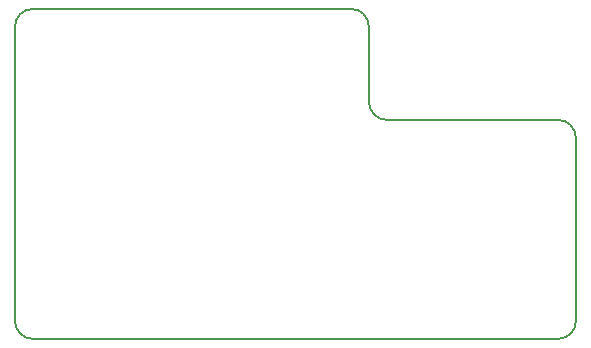
<source format=gm1>
G04 #@! TF.FileFunction,Profile,NP*
%FSLAX46Y46*%
G04 Gerber Fmt 4.6, Leading zero omitted, Abs format (unit mm)*
G04 Created by KiCad (PCBNEW 4.0.2-stable) date Mittwoch, 01. Februar 2017 'u37' 22:37:39*
%MOMM*%
G01*
G04 APERTURE LIST*
%ADD10C,0.100000*%
%ADD11C,0.150000*%
G04 APERTURE END LIST*
D10*
D11*
X25400000Y-23622000D02*
X52324000Y-23622000D01*
X25400000Y-51562000D02*
X69850000Y-51562000D01*
X71374000Y-34544000D02*
X71374000Y-50038000D01*
X55372000Y-33020000D02*
X69850000Y-33020000D01*
X53848000Y-25146000D02*
X53848000Y-31496000D01*
X53848000Y-25146000D02*
G75*
G03X52324000Y-23622000I-1524000J0D01*
G01*
X53848000Y-31496000D02*
G75*
G03X55372000Y-33020000I1524000J0D01*
G01*
X23876000Y-25146000D02*
X23876000Y-50038000D01*
X71374000Y-34544000D02*
G75*
G03X69850000Y-33020000I-1524000J0D01*
G01*
X69850000Y-51562000D02*
G75*
G03X71374000Y-50038000I0J1524000D01*
G01*
X23876000Y-50038000D02*
G75*
G03X25400000Y-51562000I1524000J0D01*
G01*
X25400000Y-23622000D02*
G75*
G03X23876000Y-25146000I0J-1524000D01*
G01*
M02*

</source>
